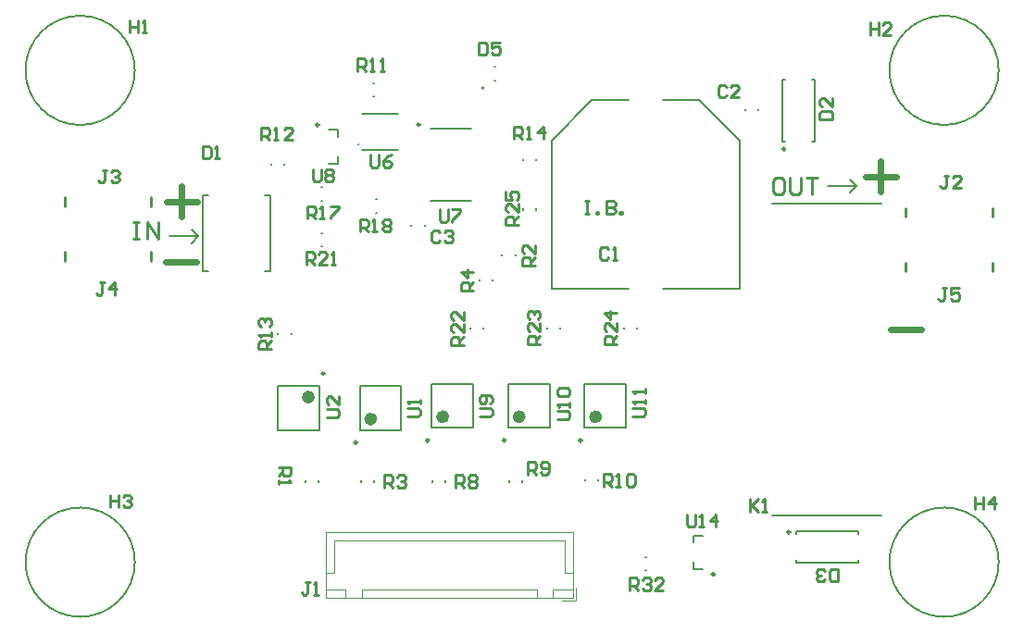
<source format=gbr>
%TF.GenerationSoftware,Altium Limited,Altium Designer,21.3.2 (30)*%
G04 Layer_Color=65535*
%FSLAX45Y45*%
%MOMM*%
%TF.SameCoordinates,D9DFDB92-F573-4E1A-9105-0BCF1000EC4C*%
%TF.FilePolarity,Positive*%
%TF.FileFunction,Legend,Top*%
%TF.Part,Single*%
G01*
G75*
%TA.AperFunction,NonConductor*%
%ADD45C,0.20000*%
%ADD46C,0.25000*%
%ADD47C,0.60000*%
%ADD48C,0.25400*%
%ADD49C,0.12000*%
D45*
X4292808Y4937500D02*
G03*
X4292808Y4937500I-10308J0D01*
G01*
X3144050Y4422575D02*
G03*
X3144050Y4422575I-2700J0D01*
G01*
X9000000Y600000D02*
G03*
X9000000Y600000I-500000J0D01*
G01*
X1100000Y600000D02*
G03*
X1100000Y600000I-500000J0D01*
G01*
X9000000Y5100000D02*
G03*
X9000000Y5100000I-500000J0D01*
G01*
X1100000D02*
G03*
X1100000Y5100000I-500000J0D01*
G01*
Y600000D02*
G03*
X1100000Y600000I-500000J0D01*
G01*
X4385000Y5130000D02*
X4395000D01*
X4385000Y5010000D02*
X4395000D01*
X6931000Y3880000D02*
X7931000D01*
X6931000Y1030000D02*
X7931000D01*
X2285000Y3960000D02*
X2340000D01*
Y3260000D02*
Y3960000D01*
X2285000Y3260000D02*
X2340000D01*
X1720000Y3960000D02*
X1775000D01*
X1720000Y3260000D02*
X1775000D01*
X1720000D02*
Y3960000D01*
X1620000Y3520000D02*
X1680000Y3580000D01*
X1620000Y3640000D02*
X1680000Y3580000D01*
X1420000D02*
X1680000D01*
X2406000Y2210000D02*
X2786000D01*
X2406000Y1810000D02*
X2786000D01*
Y2210000D01*
X2406000Y1810000D02*
Y2210000D01*
X3157000Y1810000D02*
X3537000D01*
X3157000Y2210000D02*
X3537000D01*
X3157000Y1810000D02*
Y2210000D01*
X3537000Y1810000D02*
Y2210000D01*
X3815000Y1830000D02*
X4194999D01*
X3815000Y2230000D02*
X4194999D01*
X3815000Y1830000D02*
Y2230000D01*
X4194999Y1830000D02*
Y2230000D01*
X4514000Y1830000D02*
Y2230000D01*
Y1830000D02*
X4893999D01*
X4514000Y2230000D02*
X4893999D01*
Y1830000D02*
Y2230000D01*
X5212999Y1830000D02*
X5592999D01*
X5212999Y2230000D02*
X5592999D01*
X5212999Y1830000D02*
Y2230000D01*
X5592999Y1830000D02*
Y2230000D01*
X4250000Y3175000D02*
Y3185000D01*
X4370000Y3175000D02*
Y3185000D01*
X4580000Y3402500D02*
Y3412500D01*
X4460000Y3402500D02*
Y3412500D01*
X3275000Y4980000D02*
X3285000D01*
X3275000Y4860000D02*
X3285000D01*
X2955001Y4490000D02*
Y4555000D01*
X2870001D02*
X2955001D01*
Y4245000D02*
Y4310000D01*
X2870001Y4245000D02*
X2955001D01*
X3805001Y4562500D02*
X4175001D01*
X3805001Y3902500D02*
X4175001D01*
X3175101Y4705074D02*
X3505100D01*
X3175101Y4375074D02*
X3505100D01*
X4770000Y3825000D02*
Y3835000D01*
X4650000Y3825000D02*
Y3835000D01*
X5690001Y2735000D02*
Y2745000D01*
X5570001Y2735000D02*
Y2745000D01*
X4990001Y2735000D02*
Y2745000D01*
X4870001Y2735000D02*
Y2745000D01*
X4290001Y2735000D02*
Y2745000D01*
X4170001Y2735000D02*
Y2745000D01*
X2805000Y3610000D02*
X2815000D01*
X2805000Y3490000D02*
X2815000D01*
X3305001Y3920000D02*
X3315000D01*
X3305001Y3800000D02*
X3315000D01*
X2805000Y4030000D02*
X2815000D01*
X2805000Y3910000D02*
X2815000D01*
X4770000Y4275000D02*
Y4285000D01*
X4650000Y4275000D02*
Y4285000D01*
X2530000Y2685000D02*
Y2695000D01*
X2410000Y2685000D02*
Y2695000D01*
X2470000Y4235000D02*
Y4245000D01*
X2350000Y4235000D02*
Y4245000D01*
X5340000Y1345000D02*
Y1355000D01*
X5220000Y1345000D02*
Y1355000D01*
X4640000Y1335000D02*
Y1345000D01*
X4520000Y1335000D02*
Y1345000D01*
X3940000Y1335000D02*
Y1345000D01*
X3820000Y1335000D02*
Y1345000D01*
X3290000Y1335000D02*
Y1345000D01*
X3170000Y1335000D02*
Y1345000D01*
X2660000Y1335000D02*
Y1345000D01*
X2780000Y1335000D02*
Y1345000D01*
X7145000Y595000D02*
Y620000D01*
Y860000D02*
Y885000D01*
Y595000D02*
X7715000D01*
Y620000D01*
X7145000Y885000D02*
X7715000D01*
Y860000D02*
Y885000D01*
X7290000Y5015000D02*
X7315000D01*
Y4445000D02*
Y5015000D01*
X7290000Y4445000D02*
X7315000D01*
X7025000Y5015000D02*
X7050000D01*
X7025000Y4445000D02*
X7050000D01*
X7025000D02*
Y5015000D01*
X3750001Y3675000D02*
Y3685000D01*
X3630001Y3675000D02*
Y3685000D01*
X6680000Y4735000D02*
Y4745000D01*
X6800000Y4735000D02*
Y4745000D01*
X5925000Y4825000D02*
X6262500D01*
X6630000Y4457500D01*
X4910000D02*
X5277500Y4825000D01*
X5615000D01*
X6630000Y3105000D02*
Y4457500D01*
X5925000Y3105000D02*
X6630000D01*
X4910000D02*
X5615000D01*
X4910000D02*
Y4457500D01*
X6205000Y845000D02*
X6290000D01*
X6205000Y535000D02*
X6290000D01*
X6205000D02*
Y600000D01*
Y780000D02*
Y845000D01*
X5765000Y530000D02*
X5775000D01*
X5765000Y650000D02*
X5775000D01*
X7640000Y3980000D02*
X7700000Y4040000D01*
X7640000Y4100000D02*
X7700000Y4040000D01*
X7440000D02*
X7700000D01*
D46*
X2835500Y2325000D02*
G03*
X2835500Y2325000I-12500J0D01*
G01*
X3132500Y1695000D02*
G03*
X3132500Y1695000I-12500J0D01*
G01*
X3790500Y1715000D02*
G03*
X3790500Y1715000I-12500J0D01*
G01*
X4489500D02*
G03*
X4489500Y1715000I-12500J0D01*
G01*
X5188499D02*
G03*
X5188499Y1715000I-12500J0D01*
G01*
X2782501Y4600000D02*
G03*
X2782501Y4600000I-12500J0D01*
G01*
X3707501Y4602500D02*
G03*
X3707501Y4602500I-12500J0D01*
G01*
X7092500Y875000D02*
G03*
X7092500Y875000I-12500J0D01*
G01*
X7047500Y4380000D02*
G03*
X7047500Y4380000I-12500J0D01*
G01*
X6402500Y490000D02*
G03*
X6402500Y490000I-12500J0D01*
G01*
D47*
X2716000Y2110000D02*
G03*
X2716000Y2110000I-30000J0D01*
G01*
X3287000Y1910000D02*
G03*
X3287000Y1910000I-30000J0D01*
G01*
X3944999Y1930000D02*
G03*
X3944999Y1930000I-30000J0D01*
G01*
X4643999D02*
G03*
X4643999Y1930000I-30000J0D01*
G01*
X5342999D02*
G03*
X5342999Y1930000I-30000J0D01*
G01*
X1380000Y3350000D02*
X1660000D01*
X1390000Y3900000D02*
X1670000D01*
X1530000Y3760000D02*
Y4040000D01*
X8010000Y2730000D02*
X8290000D01*
X7780000Y4130000D02*
X8060000D01*
X7920000Y3990000D02*
Y4270000D01*
D48*
X8150000Y3258500D02*
Y3341500D01*
X8942000Y3258500D02*
Y3341500D01*
X8150000Y3758500D02*
Y3841500D01*
X8942000Y3758500D02*
Y3841500D01*
X1250000Y3358500D02*
Y3441500D01*
X458000Y3358500D02*
Y3441500D01*
X1250000Y3858500D02*
Y3941500D01*
X458000Y3858500D02*
Y3941500D01*
X1085400Y3707751D02*
X1136183D01*
X1110792D01*
Y3555400D01*
X1085400D01*
X1136183D01*
X1212359D02*
Y3707751D01*
X1313926Y3555400D01*
Y3707751D01*
X7011575Y4117751D02*
X6960792D01*
X6935400Y4092359D01*
Y3990792D01*
X6960792Y3965400D01*
X7011575D01*
X7036967Y3990792D01*
Y4092359D01*
X7011575Y4117751D01*
X7087751D02*
Y3990792D01*
X7113142Y3965400D01*
X7163926D01*
X7189318Y3990792D01*
Y4117751D01*
X7240101D02*
X7341669D01*
X7290885D01*
Y3965400D01*
X5215400Y3905361D02*
X5255387D01*
X5235394D01*
Y3785400D01*
X5215400D01*
X5255387D01*
X5315368D02*
Y3805393D01*
X5335361D01*
Y3785400D01*
X5315368D01*
X5415336Y3905361D02*
Y3785400D01*
X5475316D01*
X5495310Y3805393D01*
Y3825387D01*
X5475316Y3845380D01*
X5415336D01*
X5475316D01*
X5495310Y3865374D01*
Y3885368D01*
X5475316Y3905361D01*
X5415336D01*
X5535297Y3785400D02*
Y3805393D01*
X5555290D01*
Y3785400D01*
X5535297D01*
X3136900Y5092700D02*
Y5206963D01*
X3194031D01*
X3213075Y5187919D01*
Y5149831D01*
X3194031Y5130788D01*
X3136900D01*
X3174988D02*
X3213075Y5092700D01*
X3251163D02*
X3289251D01*
X3270207D01*
Y5206963D01*
X3251163Y5187919D01*
X3346382Y5092700D02*
X3384470D01*
X3365426D01*
Y5206963D01*
X3346382Y5187919D01*
X4246880Y5356823D02*
Y5242560D01*
X4304011D01*
X4323055Y5261604D01*
Y5337779D01*
X4304011Y5356823D01*
X4246880D01*
X4437319D02*
X4361143D01*
Y5299691D01*
X4399231Y5318735D01*
X4418275D01*
X4437319Y5299691D01*
Y5261604D01*
X4418275Y5242560D01*
X4380187D01*
X4361143Y5261604D01*
X4197131Y3084781D02*
X4082868D01*
Y3141912D01*
X4101912Y3160956D01*
X4140000D01*
X4159043Y3141912D01*
Y3084781D01*
Y3122869D02*
X4197131Y3160956D01*
Y3256176D02*
X4082868D01*
X4140000Y3199044D01*
Y3275220D01*
X4757131Y3312281D02*
X4642868D01*
Y3369413D01*
X4661912Y3388457D01*
X4700000D01*
X4719043Y3369413D01*
Y3312281D01*
Y3350369D02*
X4757131Y3388457D01*
Y3502720D02*
Y3426544D01*
X4680956Y3502720D01*
X4661912D01*
X4642868Y3483676D01*
Y3445588D01*
X4661912Y3426544D01*
X5652868Y1936215D02*
X5748087D01*
X5767131Y1955259D01*
Y1993347D01*
X5748087Y2012390D01*
X5652868D01*
X5767131Y2050478D02*
Y2088566D01*
Y2069522D01*
X5652868D01*
X5671912Y2050478D01*
X5767131Y2145698D02*
Y2183785D01*
Y2164741D01*
X5652868D01*
X5671912Y2145698D01*
X4962868Y1907171D02*
X5058088D01*
X5077132Y1926215D01*
Y1964303D01*
X5058088Y1983347D01*
X4962868D01*
X5077132Y2021434D02*
Y2059522D01*
Y2040478D01*
X4962868D01*
X4981912Y2021434D01*
Y2116654D02*
X4962868Y2135698D01*
Y2173785D01*
X4981912Y2192829D01*
X5058088D01*
X5077132Y2173785D01*
Y2135698D01*
X5058088Y2116654D01*
X4981912D01*
X4252868Y1934781D02*
X4348088D01*
X4367131Y1953825D01*
Y1991912D01*
X4348088Y2010956D01*
X4252868D01*
X4348088Y2049044D02*
X4367131Y2068088D01*
Y2106175D01*
X4348088Y2125219D01*
X4271912D01*
X4252868Y2106175D01*
Y2068088D01*
X4271912Y2049044D01*
X4290956D01*
X4310000Y2068088D01*
Y2125219D01*
X2724781Y4197132D02*
Y4101913D01*
X2743825Y4082869D01*
X2781913D01*
X2800957Y4101913D01*
Y4197132D01*
X2839045Y4178088D02*
X2858089Y4197132D01*
X2896176D01*
X2915220Y4178088D01*
Y4159044D01*
X2896176Y4140000D01*
X2915220Y4120956D01*
Y4101913D01*
X2896176Y4082869D01*
X2858089D01*
X2839045Y4101913D01*
Y4120956D01*
X2858089Y4140000D01*
X2839045Y4159044D01*
Y4178088D01*
X2858089Y4140000D02*
X2896176D01*
X3884781Y3827132D02*
Y3731913D01*
X3903825Y3712869D01*
X3941913D01*
X3960957Y3731913D01*
Y3827132D01*
X3999045D02*
X4075220D01*
Y3808088D01*
X3999045Y3731913D01*
Y3712869D01*
X3254781Y4327132D02*
Y4231912D01*
X3273825Y4212868D01*
X3311912D01*
X3330956Y4231912D01*
Y4327132D01*
X3445219D02*
X3407132Y4308088D01*
X3369044Y4270000D01*
Y4231912D01*
X3388088Y4212868D01*
X3426176D01*
X3445219Y4231912D01*
Y4250956D01*
X3426176Y4270000D01*
X3369044D01*
X2852869Y1924781D02*
X2948088D01*
X2967132Y1943824D01*
Y1981912D01*
X2948088Y2000956D01*
X2852869D01*
X2967132Y2115219D02*
Y2039044D01*
X2890957Y2115219D01*
X2871913D01*
X2852869Y2096175D01*
Y2058088D01*
X2871913Y2039044D01*
X3592868Y1933825D02*
X3688088D01*
X3707132Y1952869D01*
Y1990956D01*
X3688088Y2010000D01*
X3592868D01*
X3707132Y2048088D02*
Y2086176D01*
Y2067132D01*
X3592868D01*
X3611912Y2048088D01*
X4607132Y3687649D02*
X4492868D01*
Y3744781D01*
X4511912Y3763825D01*
X4550000D01*
X4569044Y3744781D01*
Y3687649D01*
Y3725737D02*
X4607132Y3763825D01*
Y3878088D02*
Y3801912D01*
X4530956Y3878088D01*
X4511912D01*
X4492868Y3859044D01*
Y3820956D01*
X4511912Y3801912D01*
X4492868Y3992351D02*
Y3916176D01*
X4550000D01*
X4530956Y3954263D01*
Y3973307D01*
X4550000Y3992351D01*
X4588088D01*
X4607132Y3973307D01*
Y3935219D01*
X4588088Y3916176D01*
X5507131Y2597649D02*
X5392868D01*
Y2654781D01*
X5411912Y2673824D01*
X5450000D01*
X5469044Y2654781D01*
Y2597649D01*
Y2635737D02*
X5507131Y2673824D01*
Y2788088D02*
Y2711912D01*
X5430956Y2788088D01*
X5411912D01*
X5392868Y2769044D01*
Y2730956D01*
X5411912Y2711912D01*
X5507131Y2883307D02*
X5392868D01*
X5450000Y2826175D01*
Y2902351D01*
X4807132Y2597649D02*
X4692868D01*
Y2654781D01*
X4711912Y2673824D01*
X4750000D01*
X4769044Y2654781D01*
Y2597649D01*
Y2635737D02*
X4807132Y2673824D01*
Y2788088D02*
Y2711912D01*
X4730956Y2788088D01*
X4711912D01*
X4692868Y2769044D01*
Y2730956D01*
X4711912Y2711912D01*
Y2826175D02*
X4692868Y2845219D01*
Y2883307D01*
X4711912Y2902351D01*
X4730956D01*
X4750000Y2883307D01*
Y2864263D01*
Y2883307D01*
X4769044Y2902351D01*
X4788088D01*
X4807132Y2883307D01*
Y2845219D01*
X4788088Y2826175D01*
X4107131Y2587649D02*
X3992868D01*
Y2644781D01*
X4011912Y2663824D01*
X4050000D01*
X4069044Y2644781D01*
Y2587649D01*
Y2625737D02*
X4107131Y2663824D01*
Y2778088D02*
Y2701912D01*
X4030956Y2778088D01*
X4011912D01*
X3992868Y2759044D01*
Y2720956D01*
X4011912Y2701912D01*
X4107131Y2892351D02*
Y2816175D01*
X4030956Y2892351D01*
X4011912D01*
X3992868Y2873307D01*
Y2835219D01*
X4011912Y2816175D01*
X2666693Y3322868D02*
Y3437132D01*
X2723825D01*
X2742869Y3418088D01*
Y3380000D01*
X2723825Y3360956D01*
X2666693D01*
X2704781D02*
X2742869Y3322868D01*
X2857132D02*
X2780956D01*
X2857132Y3399044D01*
Y3418088D01*
X2838088Y3437132D01*
X2800000D01*
X2780956Y3418088D01*
X2895220Y3322868D02*
X2933307D01*
X2914263D01*
Y3437132D01*
X2895220Y3418088D01*
X3157171Y3622868D02*
Y3737131D01*
X3214303D01*
X3233347Y3718088D01*
Y3680000D01*
X3214303Y3660956D01*
X3157171D01*
X3195259D02*
X3233347Y3622868D01*
X3271435D02*
X3309522D01*
X3290479D01*
Y3737131D01*
X3271435Y3718088D01*
X3366654D02*
X3385698Y3737131D01*
X3423785D01*
X3442829Y3718088D01*
Y3699044D01*
X3423785Y3680000D01*
X3442829Y3660956D01*
Y3641912D01*
X3423785Y3622868D01*
X3385698D01*
X3366654Y3641912D01*
Y3660956D01*
X3385698Y3680000D01*
X3366654Y3699044D01*
Y3718088D01*
X3385698Y3680000D02*
X3423785D01*
X2677171Y3742869D02*
Y3857132D01*
X2734303D01*
X2753347Y3838088D01*
Y3800000D01*
X2734303Y3780956D01*
X2677171D01*
X2715259D02*
X2753347Y3742869D01*
X2791435D02*
X2829522D01*
X2810479D01*
Y3857132D01*
X2791435Y3838088D01*
X2886654Y3857132D02*
X2962829D01*
Y3838088D01*
X2886654Y3761912D01*
Y3742869D01*
X4567171Y4472868D02*
Y4587132D01*
X4624303D01*
X4643347Y4568088D01*
Y4530000D01*
X4624303Y4510956D01*
X4567171D01*
X4605259D02*
X4643347Y4472868D01*
X4681435D02*
X4719522D01*
X4700479D01*
Y4587132D01*
X4681435Y4568088D01*
X4833785Y4472868D02*
Y4587132D01*
X4776654Y4530000D01*
X4852829D01*
X2347131Y2547171D02*
X2232868D01*
Y2604303D01*
X2251912Y2623347D01*
X2290000D01*
X2309043Y2604303D01*
Y2547171D01*
Y2585259D02*
X2347131Y2623347D01*
Y2661434D02*
Y2699522D01*
Y2680478D01*
X2232868D01*
X2251912Y2661434D01*
Y2756654D02*
X2232868Y2775698D01*
Y2813785D01*
X2251912Y2832829D01*
X2270956D01*
X2290000Y2813785D01*
Y2794741D01*
Y2813785D01*
X2309043Y2832829D01*
X2328087D01*
X2347131Y2813785D01*
Y2775698D01*
X2328087Y2756654D01*
X2257172Y4462869D02*
Y4577132D01*
X2314303D01*
X2333347Y4558088D01*
Y4520000D01*
X2314303Y4500956D01*
X2257172D01*
X2295260D02*
X2333347Y4462869D01*
X2371435D02*
X2409523D01*
X2390479D01*
Y4577132D01*
X2371435Y4558088D01*
X2542830Y4462869D02*
X2466654D01*
X2542830Y4539044D01*
Y4558088D01*
X2523786Y4577132D01*
X2485698D01*
X2466654Y4558088D01*
X5387171Y1292869D02*
Y1407132D01*
X5444303D01*
X5463347Y1388088D01*
Y1350000D01*
X5444303Y1330956D01*
X5387171D01*
X5425259D02*
X5463347Y1292869D01*
X5501435D02*
X5539522D01*
X5520478D01*
Y1407132D01*
X5501435Y1388088D01*
X5596654D02*
X5615698Y1407132D01*
X5653785D01*
X5672829Y1388088D01*
Y1311913D01*
X5653785Y1292869D01*
X5615698D01*
X5596654Y1311913D01*
Y1388088D01*
X4694781Y1402868D02*
Y1517132D01*
X4751912D01*
X4770956Y1498088D01*
Y1460000D01*
X4751912Y1440956D01*
X4694781D01*
X4732869D02*
X4770956Y1402868D01*
X4809044Y1421912D02*
X4828088Y1402868D01*
X4866175D01*
X4885219Y1421912D01*
Y1498088D01*
X4866175Y1517132D01*
X4828088D01*
X4809044Y1498088D01*
Y1479044D01*
X4828088Y1460000D01*
X4885219D01*
X4034781Y1282868D02*
Y1397132D01*
X4091912D01*
X4110956Y1378088D01*
Y1340000D01*
X4091912Y1320956D01*
X4034781D01*
X4072869D02*
X4110956Y1282868D01*
X4149044Y1378088D02*
X4168088Y1397132D01*
X4206175D01*
X4225219Y1378088D01*
Y1359044D01*
X4206175Y1340000D01*
X4225219Y1320956D01*
Y1301912D01*
X4206175Y1282868D01*
X4168088D01*
X4149044Y1301912D01*
Y1320956D01*
X4168088Y1340000D01*
X4149044Y1359044D01*
Y1378088D01*
X4168088Y1340000D02*
X4206175D01*
X3384781Y1282869D02*
Y1397132D01*
X3441912D01*
X3460956Y1378088D01*
Y1340001D01*
X3441912Y1320957D01*
X3384781D01*
X3422868D02*
X3460956Y1282869D01*
X3499044Y1378088D02*
X3518088Y1397132D01*
X3556175D01*
X3575219Y1378088D01*
Y1359045D01*
X3556175Y1340001D01*
X3537132D01*
X3556175D01*
X3575219Y1320957D01*
Y1301913D01*
X3556175Y1282869D01*
X3518088D01*
X3499044Y1301913D01*
X2412868Y1466175D02*
X2527132D01*
Y1409044D01*
X2508088Y1390000D01*
X2470000D01*
X2450956Y1409044D01*
Y1466175D01*
Y1428088D02*
X2412868Y1390000D01*
Y1351912D02*
Y1313824D01*
Y1332868D01*
X2527132D01*
X2508088Y1351912D01*
X6723825Y1177132D02*
Y1062869D01*
Y1100956D01*
X6800000Y1177132D01*
X6742869Y1120000D01*
X6800000Y1062869D01*
X6838088D02*
X6876176D01*
X6857132D01*
Y1177132D01*
X6838088Y1158088D01*
X8522956Y3107132D02*
X8484868D01*
X8503912D01*
Y3011912D01*
X8484868Y2992869D01*
X8465825D01*
X8446781Y3011912D01*
X8637219Y3107132D02*
X8561044D01*
Y3050000D01*
X8599132Y3069044D01*
X8618175D01*
X8637219Y3050000D01*
Y3011912D01*
X8618175Y2992869D01*
X8580088D01*
X8561044Y3011912D01*
X820956Y3157132D02*
X782868D01*
X801912D01*
Y3061912D01*
X782868Y3042868D01*
X763824D01*
X744780Y3061912D01*
X916175Y3042868D02*
Y3157132D01*
X859043Y3100000D01*
X935219D01*
X840956Y4187131D02*
X802868D01*
X821912D01*
Y4091912D01*
X802868Y4072868D01*
X783824D01*
X764780Y4091912D01*
X879043Y4168087D02*
X898087Y4187131D01*
X936175D01*
X955219Y4168087D01*
Y4149044D01*
X936175Y4130000D01*
X917131D01*
X936175D01*
X955219Y4110956D01*
Y4091912D01*
X936175Y4072868D01*
X898087D01*
X879043Y4091912D01*
X8540956Y4137148D02*
X8502868D01*
X8521912D01*
Y4041928D01*
X8502868Y4022885D01*
X8483825D01*
X8464781Y4041928D01*
X8655219Y4022885D02*
X8579044D01*
X8655219Y4099060D01*
Y4118104D01*
X8636175Y4137148D01*
X8598088D01*
X8579044Y4118104D01*
X2700000Y417132D02*
X2661912D01*
X2680956D01*
Y321912D01*
X2661912Y302869D01*
X2642868D01*
X2623825Y321912D01*
X2738088Y302869D02*
X2776176D01*
X2757132D01*
Y417132D01*
X2738088Y398088D01*
X8784781Y1197132D02*
Y1082869D01*
Y1140000D01*
X8860956D01*
Y1197132D01*
Y1082869D01*
X8956175D02*
Y1197132D01*
X8899044Y1140000D01*
X8975219D01*
X874781Y1217131D02*
Y1102868D01*
Y1160000D01*
X950956D01*
Y1217131D01*
Y1102868D01*
X989044Y1198088D02*
X1008088Y1217131D01*
X1046175D01*
X1065219Y1198088D01*
Y1179044D01*
X1046175Y1160000D01*
X1027132D01*
X1046175D01*
X1065219Y1140956D01*
Y1121912D01*
X1046175Y1102868D01*
X1008088D01*
X989044Y1121912D01*
X7824781Y5537132D02*
Y5422869D01*
Y5480000D01*
X7900956D01*
Y5537132D01*
Y5422869D01*
X8015219D02*
X7939044D01*
X8015219Y5499044D01*
Y5518088D01*
X7996175Y5537132D01*
X7958088D01*
X7939044Y5518088D01*
X1053825Y5557132D02*
Y5442868D01*
Y5500000D01*
X1130000D01*
Y5557132D01*
Y5442868D01*
X1168088D02*
X1206176D01*
X1187132D01*
Y5557132D01*
X1168088Y5538088D01*
X7525219Y422868D02*
Y537132D01*
X7468088D01*
X7449044Y518088D01*
Y441912D01*
X7468088Y422868D01*
X7525219D01*
X7410956Y441912D02*
X7391912Y422868D01*
X7353825D01*
X7334781Y441912D01*
Y460956D01*
X7353825Y480000D01*
X7372868D01*
X7353825D01*
X7334781Y499044D01*
Y518088D01*
X7353825Y537132D01*
X7391912D01*
X7410956Y518088D01*
X7362868Y4654781D02*
X7477132D01*
Y4711912D01*
X7458088Y4730956D01*
X7381912D01*
X7362868Y4711912D01*
Y4654781D01*
X7477132Y4845219D02*
Y4769044D01*
X7400956Y4845219D01*
X7381912D01*
X7362868Y4826175D01*
Y4788088D01*
X7381912Y4769044D01*
X1717040Y4409403D02*
Y4295140D01*
X1774171D01*
X1793215Y4314184D01*
Y4390359D01*
X1774171Y4409403D01*
X1717040D01*
X1831303Y4295140D02*
X1869391D01*
X1850347D01*
Y4409403D01*
X1831303Y4390359D01*
X3890957Y3618088D02*
X3871913Y3637132D01*
X3833825D01*
X3814781Y3618088D01*
Y3541912D01*
X3833825Y3522868D01*
X3871913D01*
X3890957Y3541912D01*
X3929044Y3618088D02*
X3948088Y3637132D01*
X3986176D01*
X4005220Y3618088D01*
Y3599044D01*
X3986176Y3580000D01*
X3967132D01*
X3986176D01*
X4005220Y3560956D01*
Y3541912D01*
X3986176Y3522868D01*
X3948088D01*
X3929044Y3541912D01*
X6510956Y4948088D02*
X6491912Y4967132D01*
X6453825D01*
X6434781Y4948088D01*
Y4871912D01*
X6453825Y4852868D01*
X6491912D01*
X6510956Y4871912D01*
X6625219Y4852868D02*
X6549044D01*
X6625219Y4929044D01*
Y4948088D01*
X6606176Y4967132D01*
X6568088D01*
X6549044Y4948088D01*
X5430000Y3463088D02*
X5410956Y3482131D01*
X5372868D01*
X5353824Y3463088D01*
Y3386912D01*
X5372868Y3367868D01*
X5410956D01*
X5430000Y3386912D01*
X5468088Y3367868D02*
X5506175D01*
X5487132D01*
Y3482131D01*
X5468088Y3463088D01*
X6147171Y1037132D02*
Y941913D01*
X6166215Y922869D01*
X6204303D01*
X6223347Y941913D01*
Y1037132D01*
X6261435Y922869D02*
X6299522D01*
X6280478D01*
Y1037132D01*
X6261435Y1018088D01*
X6413785Y922869D02*
Y1037132D01*
X6356654Y980000D01*
X6432829D01*
X5627649Y342869D02*
Y457132D01*
X5684781D01*
X5703825Y438088D01*
Y400000D01*
X5684781Y380956D01*
X5627649D01*
X5665737D02*
X5703825Y342869D01*
X5741913Y438088D02*
X5760956Y457132D01*
X5799044D01*
X5818088Y438088D01*
Y419044D01*
X5799044Y400000D01*
X5780000D01*
X5799044D01*
X5818088Y380956D01*
Y361912D01*
X5799044Y342869D01*
X5760956D01*
X5741913Y361912D01*
X5932351Y342869D02*
X5856176D01*
X5932351Y419044D01*
Y438088D01*
X5913307Y457132D01*
X5875220D01*
X5856176Y438088D01*
D49*
X5135000Y245000D02*
Y370000D01*
X5010000Y245000D02*
X5135000D01*
X2920000Y795000D02*
X3975000D01*
X2920000Y500000D02*
Y795000D01*
X2845000Y500000D02*
X2920000D01*
X3975000Y795000D02*
X5030000D01*
Y500000D02*
Y795000D01*
Y500000D02*
X5105000D01*
X2845000Y275000D02*
X3025000D01*
X2845000D02*
Y350000D01*
X3025000D01*
Y275000D02*
Y350000D01*
X4925000Y275000D02*
X5105000D01*
X4925000D02*
Y350000D01*
X5105000D01*
Y275000D02*
Y350000D01*
X3175000Y275000D02*
X4775000D01*
X3175000D02*
Y350000D01*
X4775000D01*
Y275000D02*
Y350000D01*
X2844000Y274000D02*
X5106000D01*
X2844000D02*
Y871000D01*
X5106000D01*
Y274000D02*
Y871000D01*
%TF.MD5,b205cdb3566d6218f1f74106a52b942c*%
M02*

</source>
